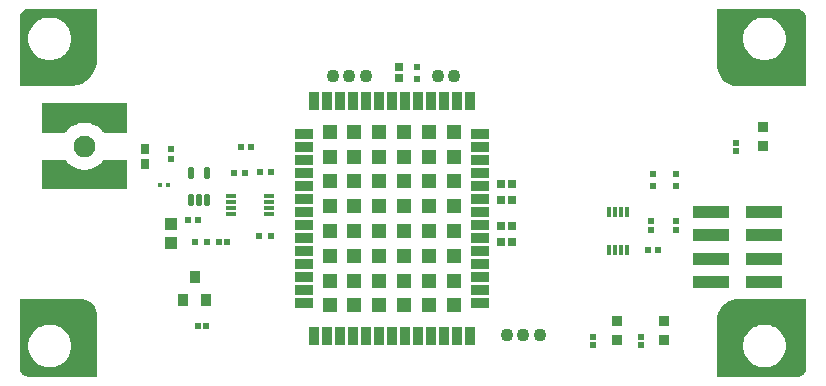
<source format=gts>
G04*
G04 #@! TF.GenerationSoftware,Altium Limited,Altium Designer,21.6.4 (81)*
G04*
G04 Layer_Color=8388736*
%FSAX25Y25*%
%MOIN*%
G70*
G04*
G04 #@! TF.SameCoordinates,4D958C9C-F649-4AF2-B5CF-C97532408FB4*
G04*
G04*
G04 #@! TF.FilePolarity,Negative*
G04*
G01*
G75*
%ADD19R,0.01860X0.02288*%
%ADD20R,0.02288X0.01860*%
%ADD21R,0.01968X0.02362*%
%ADD22R,0.02362X0.01968*%
%ADD23R,0.19685X0.03937*%
%ADD24C,0.03937*%
%ADD31R,0.02423X0.02254*%
%ADD34R,0.02559X0.03347*%
%ADD35R,0.02254X0.02423*%
%ADD36R,0.01788X0.01428*%
%ADD41R,0.03543X0.03543*%
%ADD42C,0.04331*%
G04:AMPARAMS|DCode=43|XSize=19.75mil|YSize=37.47mil|CornerRadius=3.97mil|HoleSize=0mil|Usage=FLASHONLY|Rotation=180.000|XOffset=0mil|YOffset=0mil|HoleType=Round|Shape=RoundedRectangle|*
%AMROUNDEDRECTD43*
21,1,0.01975,0.02953,0,0,180.0*
21,1,0.01181,0.03747,0,0,180.0*
1,1,0.00794,-0.00591,0.01476*
1,1,0.00794,0.00591,0.01476*
1,1,0.00794,0.00591,-0.01476*
1,1,0.00794,-0.00591,-0.01476*
%
%ADD43ROUNDEDRECTD43*%
%ADD44R,0.03550X0.06306*%
%ADD45R,0.06306X0.03550*%
%ADD46R,0.04731X0.04731*%
%ADD47R,0.02835X0.02756*%
G04:AMPARAMS|DCode=48|XSize=15.81mil|YSize=35.5mil|CornerRadius=3.95mil|HoleSize=0mil|Usage=FLASHONLY|Rotation=90.000|XOffset=0mil|YOffset=0mil|HoleType=Round|Shape=RoundedRectangle|*
%AMROUNDEDRECTD48*
21,1,0.01581,0.02760,0,0,90.0*
21,1,0.00791,0.03550,0,0,90.0*
1,1,0.00790,0.01380,0.00396*
1,1,0.00790,0.01380,-0.00396*
1,1,0.00790,-0.01380,-0.00396*
1,1,0.00790,-0.01380,0.00396*
%
%ADD48ROUNDEDRECTD48*%
%ADD49R,0.03543X0.03937*%
%ADD50R,0.04331X0.03937*%
%ADD51R,0.02756X0.02835*%
%ADD52R,0.12014X0.04416*%
G04:AMPARAMS|DCode=53|XSize=15.81mil|YSize=35.5mil|CornerRadius=3.95mil|HoleSize=0mil|Usage=FLASHONLY|Rotation=0.000|XOffset=0mil|YOffset=0mil|HoleType=Round|Shape=RoundedRectangle|*
%AMROUNDEDRECTD53*
21,1,0.01581,0.02760,0,0,0.0*
21,1,0.00791,0.03550,0,0,0.0*
1,1,0.00790,0.00396,-0.01380*
1,1,0.00790,-0.00396,-0.01380*
1,1,0.00790,-0.00396,0.01380*
1,1,0.00790,0.00396,0.01380*
%
%ADD53ROUNDEDRECTD53*%
G36*
X0026933Y0106224D02*
X0026846Y0105379D01*
X0026367Y0103749D01*
X0025599Y0102234D01*
X0024567Y0100884D01*
X0023305Y0099746D01*
X0021858Y0098857D01*
X0020272Y0098247D01*
X0018601Y0097937D01*
X0017752Y0097937D01*
X0001185D01*
Y0120807D01*
X0001185Y0121102D01*
X0001301Y0121681D01*
X0001528Y0122226D01*
X0001856Y0122717D01*
X0002274Y0123134D01*
X0002765Y0123462D01*
X0003311Y0123688D01*
X0003890Y0123803D01*
X0004185Y0123803D01*
X0004185Y0123803D01*
X0026933D01*
X0026933Y0106224D01*
D02*
G37*
G36*
X0260268Y0123803D02*
X0260268Y0123803D01*
X0260268D01*
X0260728Y0123769D01*
X0261095Y0123701D01*
X0261616Y0123500D01*
X0262090Y0123207D01*
X0262504Y0122831D01*
X0262841Y0122387D01*
X0263091Y0121888D01*
X0263245Y0121352D01*
X0263272Y0121074D01*
X0263272Y0097937D01*
X0241059Y0097937D01*
X0240347D01*
X0238948Y0098207D01*
X0237626Y0098738D01*
X0236429Y0099510D01*
X0235400Y0100495D01*
X0234577Y0101657D01*
X0233988Y0102954D01*
X0233657Y0104340D01*
X0233626Y0105051D01*
X0233626Y0123803D01*
X0260268D01*
X0260268Y0123803D01*
D02*
G37*
G36*
X0036835Y0092250D02*
X0036873Y0092238D01*
X0036908Y0092220D01*
X0036938Y0092194D01*
X0036963Y0092164D01*
X0036982Y0092129D01*
X0036993Y0092092D01*
X0036997Y0092052D01*
Y0082752D01*
X0036993Y0082713D01*
X0036982Y0082675D01*
X0036963Y0082641D01*
X0036938Y0082610D01*
X0036908Y0082585D01*
X0036873Y0082567D01*
X0036835Y0082555D01*
X0036796Y0082551D01*
X0029258D01*
X0029248Y0082552D01*
X0029237Y0082553D01*
X0029228Y0082554D01*
X0029219Y0082555D01*
X0029209Y0082558D01*
X0029198Y0082561D01*
X0029190Y0082564D01*
X0029181Y0082567D01*
X0029172Y0082572D01*
X0029162Y0082576D01*
X0029155Y0082581D01*
X0029147Y0082585D01*
X0029138Y0082592D01*
X0029129Y0082598D01*
X0029123Y0082605D01*
X0029116Y0082610D01*
X0029109Y0082619D01*
X0029102Y0082626D01*
X0028717Y0083104D01*
X0027846Y0083960D01*
X0026856Y0084669D01*
X0025768Y0085216D01*
X0024608Y0085589D01*
X0023405Y0085777D01*
X0022187D01*
X0020984Y0085589D01*
X0019824Y0085216D01*
X0018736Y0084669D01*
X0017746Y0083960D01*
X0016875Y0083104D01*
X0016490Y0082626D01*
X0016483Y0082619D01*
X0016476Y0082610D01*
X0016469Y0082605D01*
X0016463Y0082598D01*
X0016454Y0082592D01*
X0016445Y0082585D01*
X0016437Y0082581D01*
X0016430Y0082576D01*
X0016420Y0082572D01*
X0016410Y0082567D01*
X0016402Y0082564D01*
X0016394Y0082561D01*
X0016383Y0082558D01*
X0016373Y0082555D01*
X0016364Y0082554D01*
X0016355Y0082553D01*
X0016344Y0082552D01*
X0016334Y0082551D01*
X0008796D01*
X0008757Y0082555D01*
X0008719Y0082567D01*
X0008684Y0082585D01*
X0008654Y0082610D01*
X0008629Y0082641D01*
X0008610Y0082675D01*
X0008599Y0082713D01*
X0008595Y0082752D01*
Y0092052D01*
X0008599Y0092092D01*
X0008610Y0092129D01*
X0008629Y0092164D01*
X0008654Y0092194D01*
X0008684Y0092220D01*
X0008719Y0092238D01*
X0008757Y0092250D01*
X0008796Y0092253D01*
X0036796D01*
X0036835Y0092250D01*
D02*
G37*
G36*
X0023170Y0081550D02*
X0023827Y0081419D01*
X0023865Y0081407D01*
X0023865Y0081407D01*
X0024483Y0081151D01*
X0024518Y0081133D01*
X0025075Y0080761D01*
X0025105Y0080735D01*
X0025106Y0080735D01*
X0025579Y0080262D01*
X0025604Y0080231D01*
X0025976Y0079675D01*
X0025976Y0079675D01*
X0025995Y0079640D01*
X0026251Y0079021D01*
X0026262Y0078983D01*
X0026393Y0078326D01*
X0026397Y0078287D01*
Y0077952D01*
Y0077618D01*
X0026393Y0077578D01*
X0026262Y0076921D01*
X0026251Y0076884D01*
X0026251Y0076884D01*
X0025995Y0076265D01*
X0025976Y0076230D01*
X0025604Y0075673D01*
X0025579Y0075643D01*
X0025579Y0075643D01*
X0025105Y0075169D01*
X0025075Y0075144D01*
X0024518Y0074772D01*
X0024518Y0074772D01*
X0024483Y0074754D01*
X0023865Y0074497D01*
X0023827Y0074486D01*
X0023170Y0074355D01*
X0023131Y0074351D01*
X0022461D01*
X0022422Y0074355D01*
X0021765Y0074486D01*
X0021727Y0074497D01*
X0021727Y0074497D01*
X0021109Y0074754D01*
X0021074Y0074772D01*
X0020517Y0075144D01*
X0020486Y0075169D01*
X0020486Y0075169D01*
X0020013Y0075643D01*
X0019988Y0075673D01*
X0019616Y0076230D01*
X0019616Y0076230D01*
X0019597Y0076265D01*
X0019341Y0076884D01*
X0019330Y0076921D01*
X0019199Y0077578D01*
X0019195Y0077618D01*
Y0077952D01*
Y0078287D01*
X0019199Y0078326D01*
X0019330Y0078983D01*
X0019341Y0079021D01*
X0019341Y0079021D01*
X0019597Y0079640D01*
X0019616Y0079675D01*
X0019988Y0080231D01*
X0020013Y0080262D01*
X0020013Y0080262D01*
X0020486Y0080735D01*
X0020517Y0080761D01*
X0021074Y0081133D01*
X0021074Y0081133D01*
X0021109Y0081151D01*
X0021727Y0081407D01*
X0021765Y0081419D01*
X0022422Y0081550D01*
X0022461Y0081553D01*
X0023131D01*
X0023170Y0081550D01*
D02*
G37*
G36*
X0036835Y0073349D02*
X0036873Y0073338D01*
X0036908Y0073320D01*
X0036938Y0073295D01*
X0036963Y0073264D01*
X0036982Y0073229D01*
X0036993Y0073192D01*
X0036997Y0073152D01*
Y0063852D01*
X0036993Y0063813D01*
X0036982Y0063775D01*
X0036963Y0063741D01*
X0036938Y0063710D01*
X0036908Y0063685D01*
X0036873Y0063667D01*
X0036835Y0063655D01*
X0036796Y0063651D01*
X0008796D01*
X0008757Y0063655D01*
X0008719Y0063667D01*
X0008684Y0063685D01*
X0008654Y0063710D01*
X0008629Y0063741D01*
X0008610Y0063775D01*
X0008599Y0063813D01*
X0008595Y0063852D01*
Y0073152D01*
X0008599Y0073192D01*
X0008610Y0073229D01*
X0008629Y0073264D01*
X0008654Y0073295D01*
X0008684Y0073320D01*
X0008719Y0073338D01*
X0008757Y0073349D01*
X0008796Y0073353D01*
X0016334D01*
X0016344Y0073352D01*
X0016355Y0073352D01*
X0016364Y0073350D01*
X0016373Y0073349D01*
X0016383Y0073346D01*
X0016394Y0073344D01*
X0016402Y0073341D01*
X0016410Y0073338D01*
X0016420Y0073333D01*
X0016430Y0073329D01*
X0016437Y0073324D01*
X0016445Y0073320D01*
X0016454Y0073312D01*
X0016463Y0073307D01*
X0016469Y0073300D01*
X0016476Y0073295D01*
X0016483Y0073286D01*
X0016490Y0073278D01*
X0016875Y0072801D01*
X0017746Y0071944D01*
X0018736Y0071236D01*
X0019824Y0070688D01*
X0020984Y0070316D01*
X0022187Y0070128D01*
X0023405D01*
X0024608Y0070316D01*
X0025768Y0070688D01*
X0026855Y0071235D01*
X0027846Y0071944D01*
X0028717Y0072801D01*
X0029102Y0073278D01*
X0029109Y0073286D01*
X0029116Y0073295D01*
X0029123Y0073300D01*
X0029129Y0073307D01*
X0029138Y0073313D01*
X0029147Y0073320D01*
X0029155Y0073324D01*
X0029162Y0073329D01*
X0029172Y0073333D01*
X0029181Y0073338D01*
X0029190Y0073341D01*
X0029198Y0073344D01*
X0029209Y0073346D01*
X0029219Y0073349D01*
X0029228Y0073350D01*
X0029237Y0073352D01*
X0029248Y0073352D01*
X0029258Y0073353D01*
X0036796Y0073353D01*
X0036835Y0073349D01*
D02*
G37*
G36*
X0023143Y0026843D02*
X0024075Y0026473D01*
X0024920Y0025934D01*
X0025649Y0025246D01*
X0026236Y0024433D01*
X0026659Y0023524D01*
X0026904Y0022552D01*
X0026933Y0022051D01*
X0026933Y0001165D01*
X0004197D01*
X0003909Y0001165D01*
X0003344Y0001274D01*
X0002810Y0001488D01*
X0002325Y0001799D01*
X0001909Y0002196D01*
X0001575Y0002664D01*
X0001335Y0003188D01*
X0001199Y0003747D01*
X0001185Y0004034D01*
Y0027031D01*
X0021657D01*
X0021657Y0027031D01*
X0021657Y0027031D01*
X0022159Y0027031D01*
X0023143Y0026843D01*
D02*
G37*
G36*
X0263353Y0003912D02*
X0263330Y0003630D01*
X0263180Y0003083D01*
X0262931Y0002574D01*
X0262592Y0002119D01*
X0262175Y0001735D01*
X0261695Y0001435D01*
X0261166Y0001229D01*
X0260810Y0001162D01*
X0260326Y0001124D01*
X0233708Y0001124D01*
X0233708Y0020395D01*
X0233742Y0021057D01*
X0234060Y0022343D01*
X0234614Y0023546D01*
X0235386Y0024623D01*
X0236347Y0025535D01*
X0237463Y0026249D01*
X0238693Y0026740D01*
X0239994Y0026990D01*
X0240656D01*
X0240656Y0026990D01*
X0263353D01*
X0263353Y0003912D01*
D02*
G37*
%LPC*%
G36*
X0011825Y0120886D02*
X0010623D01*
X0010525Y0120866D01*
X0010424D01*
X0009245Y0120632D01*
X0009153Y0120593D01*
X0009054Y0120574D01*
X0007944Y0120114D01*
X0007860Y0120058D01*
X0007767Y0120019D01*
X0006768Y0119351D01*
X0006697Y0119281D01*
X0006613Y0119225D01*
X0005763Y0118375D01*
X0005708Y0118291D01*
X0005637Y0118220D01*
X0004969Y0117221D01*
X0004930Y0117128D01*
X0004875Y0117044D01*
X0004415Y0115934D01*
X0004395Y0115835D01*
X0004357Y0115743D01*
X0004122Y0114564D01*
Y0114463D01*
X0004103Y0114365D01*
Y0113764D01*
Y0113163D01*
X0004122Y0113064D01*
Y0112964D01*
X0004357Y0111785D01*
X0004395Y0111692D01*
X0004415Y0111594D01*
X0004875Y0110483D01*
X0004930Y0110399D01*
X0004969Y0110307D01*
X0005637Y0109307D01*
X0005708Y0109236D01*
X0005763Y0109153D01*
X0006613Y0108303D01*
X0006697Y0108247D01*
X0006768Y0108176D01*
X0007767Y0107508D01*
X0007860Y0107470D01*
X0007944Y0107414D01*
X0009054Y0106954D01*
X0009153Y0106934D01*
X0009245Y0106896D01*
X0010424Y0106661D01*
X0010525D01*
X0010623Y0106642D01*
X0011825D01*
X0011924Y0106661D01*
X0012024D01*
X0013203Y0106896D01*
X0013296Y0106934D01*
X0013395Y0106954D01*
X0014505Y0107414D01*
X0014589Y0107470D01*
X0014681Y0107508D01*
X0015681Y0108176D01*
X0015752Y0108247D01*
X0015835Y0108303D01*
X0016685Y0109153D01*
X0016741Y0109236D01*
X0016812Y0109307D01*
X0017480Y0110307D01*
X0017518Y0110399D01*
X0017574Y0110483D01*
X0018034Y0111594D01*
X0018054Y0111692D01*
X0018092Y0111785D01*
X0018327Y0112964D01*
Y0113064D01*
X0018346Y0113163D01*
Y0113764D01*
Y0114365D01*
X0018327Y0114463D01*
Y0114564D01*
X0018092Y0115743D01*
X0018054Y0115835D01*
X0018034Y0115934D01*
X0017574Y0117044D01*
X0017518Y0117128D01*
X0017480Y0117221D01*
X0016812Y0118220D01*
X0016741Y0118291D01*
X0016685Y0118375D01*
X0015835Y0119225D01*
X0015752Y0119281D01*
X0015681Y0119351D01*
X0014681Y0120019D01*
X0014589Y0120058D01*
X0014505Y0120114D01*
X0013395Y0120574D01*
X0013296Y0120593D01*
X0013203Y0120632D01*
X0012024Y0120866D01*
X0011924D01*
X0011825Y0120886D01*
D02*
G37*
G36*
X0250014D02*
X0248812D01*
X0248714Y0120866D01*
X0248613D01*
X0247434Y0120632D01*
X0247342Y0120593D01*
X0247243Y0120574D01*
X0246133Y0120114D01*
X0246049Y0120058D01*
X0245956Y0120019D01*
X0244957Y0119351D01*
X0244886Y0119281D01*
X0244802Y0119225D01*
X0243952Y0118375D01*
X0243897Y0118291D01*
X0243826Y0118220D01*
X0243158Y0117221D01*
X0243119Y0117128D01*
X0243064Y0117044D01*
X0242604Y0115934D01*
X0242584Y0115835D01*
X0242546Y0115743D01*
X0242311Y0114564D01*
Y0114463D01*
X0242291Y0114365D01*
Y0113163D01*
X0242311Y0113064D01*
Y0112964D01*
X0242546Y0111785D01*
X0242584Y0111692D01*
X0242604Y0111594D01*
X0243064Y0110483D01*
X0243119Y0110399D01*
X0243158Y0110307D01*
X0243826Y0109307D01*
X0243897Y0109236D01*
X0243952Y0109153D01*
X0244802Y0108303D01*
X0244886Y0108247D01*
X0244957Y0108176D01*
X0245956Y0107508D01*
X0246049Y0107470D01*
X0246133Y0107414D01*
X0247243Y0106954D01*
X0247342Y0106934D01*
X0247434Y0106896D01*
X0248613Y0106661D01*
X0248714D01*
X0248812Y0106642D01*
X0250014D01*
X0250113Y0106661D01*
X0250213D01*
X0251392Y0106896D01*
X0251485Y0106934D01*
X0251584Y0106954D01*
X0252694Y0107414D01*
X0252778Y0107470D01*
X0252870Y0107508D01*
X0253870Y0108176D01*
X0253941Y0108247D01*
X0254024Y0108303D01*
X0254874Y0109153D01*
X0254930Y0109236D01*
X0255001Y0109307D01*
X0255669Y0110307D01*
X0255707Y0110399D01*
X0255763Y0110483D01*
X0256223Y0111594D01*
X0256243Y0111692D01*
X0256281Y0111785D01*
X0256516Y0112964D01*
Y0113064D01*
X0256535Y0113163D01*
Y0114365D01*
X0256516Y0114463D01*
Y0114564D01*
X0256281Y0115743D01*
X0256243Y0115835D01*
X0256223Y0115934D01*
X0255763Y0117044D01*
X0255707Y0117128D01*
X0255669Y0117221D01*
X0255001Y0118220D01*
X0254930Y0118291D01*
X0254874Y0118375D01*
X0254024Y0119225D01*
X0253941Y0119281D01*
X0253870Y0119351D01*
X0252870Y0120019D01*
X0252778Y0120058D01*
X0252694Y0120114D01*
X0251584Y0120574D01*
X0251485Y0120593D01*
X0251392Y0120632D01*
X0250213Y0120866D01*
X0250113D01*
X0250014Y0120886D01*
D02*
G37*
G36*
X0011825Y0018523D02*
X0010623D01*
X0010525Y0018504D01*
X0010424D01*
X0009245Y0018269D01*
X0009153Y0018231D01*
X0009054Y0018211D01*
X0007944Y0017751D01*
X0007860Y0017696D01*
X0007767Y0017657D01*
X0006768Y0016989D01*
X0006697Y0016918D01*
X0006613Y0016862D01*
X0005763Y0016013D01*
X0005708Y0015929D01*
X0005637Y0015858D01*
X0004969Y0014859D01*
X0004930Y0014766D01*
X0004875Y0014682D01*
X0004415Y0013572D01*
X0004395Y0013473D01*
X0004357Y0013381D01*
X0004122Y0012201D01*
Y0012101D01*
X0004103Y0012003D01*
Y0010801D01*
X0004122Y0010702D01*
Y0010602D01*
X0004357Y0009423D01*
X0004395Y0009330D01*
X0004415Y0009231D01*
X0004875Y0008121D01*
X0004930Y0008037D01*
X0004969Y0007945D01*
X0005637Y0006945D01*
X0005708Y0006874D01*
X0005763Y0006791D01*
X0006613Y0005941D01*
X0006697Y0005885D01*
X0006768Y0005814D01*
X0007767Y0005146D01*
X0007860Y0005108D01*
X0007944Y0005052D01*
X0009054Y0004592D01*
X0009153Y0004572D01*
X0009245Y0004534D01*
X0010424Y0004299D01*
X0010525D01*
X0010623Y0004280D01*
X0011825D01*
X0011924Y0004299D01*
X0012024D01*
X0013203Y0004534D01*
X0013296Y0004572D01*
X0013395Y0004592D01*
X0014505Y0005052D01*
X0014589Y0005108D01*
X0014681Y0005146D01*
X0015681Y0005814D01*
X0015752Y0005885D01*
X0015835Y0005941D01*
X0016685Y0006791D01*
X0016741Y0006874D01*
X0016812Y0006945D01*
X0017480Y0007945D01*
X0017518Y0008037D01*
X0017574Y0008121D01*
X0018034Y0009231D01*
X0018054Y0009330D01*
X0018092Y0009423D01*
X0018327Y0010602D01*
Y0010702D01*
X0018346Y0010801D01*
Y0012003D01*
X0018327Y0012101D01*
Y0012201D01*
X0018092Y0013381D01*
X0018054Y0013473D01*
X0018034Y0013572D01*
X0017574Y0014682D01*
X0017518Y0014766D01*
X0017480Y0014859D01*
X0016812Y0015858D01*
X0016741Y0015929D01*
X0016685Y0016013D01*
X0015835Y0016862D01*
X0015752Y0016918D01*
X0015681Y0016989D01*
X0014681Y0017657D01*
X0014589Y0017696D01*
X0014505Y0017751D01*
X0013395Y0018211D01*
X0013296Y0018231D01*
X0013203Y0018269D01*
X0012024Y0018504D01*
X0011924D01*
X0011825Y0018523D01*
D02*
G37*
G36*
X0250014D02*
X0248812D01*
X0248714Y0018504D01*
X0248613D01*
X0247434Y0018269D01*
X0247342Y0018231D01*
X0247243Y0018211D01*
X0246133Y0017751D01*
X0246049Y0017696D01*
X0245956Y0017657D01*
X0244957Y0016989D01*
X0244886Y0016918D01*
X0244802Y0016862D01*
X0243952Y0016013D01*
X0243897Y0015929D01*
X0243826Y0015858D01*
X0243158Y0014859D01*
X0243119Y0014766D01*
X0243064Y0014682D01*
X0242604Y0013572D01*
X0242584Y0013473D01*
X0242546Y0013381D01*
X0242311Y0012201D01*
Y0012101D01*
X0242291Y0012003D01*
Y0010801D01*
X0242311Y0010702D01*
Y0010602D01*
X0242546Y0009423D01*
X0242584Y0009330D01*
X0242604Y0009231D01*
X0243064Y0008121D01*
X0243119Y0008037D01*
X0243158Y0007945D01*
X0243826Y0006945D01*
X0243897Y0006874D01*
X0243952Y0006791D01*
X0244802Y0005941D01*
X0244886Y0005885D01*
X0244957Y0005814D01*
X0245956Y0005146D01*
X0246049Y0005108D01*
X0246133Y0005052D01*
X0247243Y0004592D01*
X0247342Y0004572D01*
X0247434Y0004534D01*
X0248613Y0004299D01*
X0248714D01*
X0248812Y0004280D01*
X0250014D01*
X0250113Y0004299D01*
X0250213D01*
X0251392Y0004534D01*
X0251485Y0004572D01*
X0251584Y0004592D01*
X0252694Y0005052D01*
X0252778Y0005108D01*
X0252870Y0005146D01*
X0253870Y0005814D01*
X0253941Y0005885D01*
X0254024Y0005941D01*
X0254874Y0006791D01*
X0254930Y0006874D01*
X0255001Y0006945D01*
X0255669Y0007945D01*
X0255707Y0008037D01*
X0255763Y0008121D01*
X0256223Y0009231D01*
X0256243Y0009330D01*
X0256281Y0009423D01*
X0256516Y0010602D01*
Y0010702D01*
X0256535Y0010801D01*
Y0012003D01*
X0256516Y0012101D01*
Y0012201D01*
X0256281Y0013381D01*
X0256243Y0013473D01*
X0256223Y0013572D01*
X0255763Y0014682D01*
X0255707Y0014766D01*
X0255669Y0014859D01*
X0255001Y0015858D01*
X0254930Y0015929D01*
X0254874Y0016013D01*
X0254024Y0016862D01*
X0253941Y0016918D01*
X0253870Y0016989D01*
X0252870Y0017657D01*
X0252778Y0017696D01*
X0252694Y0017751D01*
X0251584Y0018211D01*
X0251485Y0018231D01*
X0251392Y0018269D01*
X0250213Y0018504D01*
X0250113D01*
X0250014Y0018523D01*
D02*
G37*
%LPD*%
G54D19*
X0208132Y0014520D02*
D03*
Y0011642D02*
D03*
X0239900Y0079220D02*
D03*
Y0076341D02*
D03*
X0192400Y0014520D02*
D03*
Y0011642D02*
D03*
X0211600Y0052939D02*
D03*
Y0050061D02*
D03*
X0219800D02*
D03*
Y0052939D02*
D03*
G54D20*
X0063439Y0018180D02*
D03*
X0060561D02*
D03*
X0070439Y0046000D02*
D03*
X0067561D02*
D03*
G54D21*
X0084969Y0048200D02*
D03*
X0081032D02*
D03*
X0081132Y0069300D02*
D03*
X0085069D02*
D03*
X0063468Y0046000D02*
D03*
X0059531D02*
D03*
G54D22*
X0212400Y0068568D02*
D03*
Y0064631D02*
D03*
X0220100Y0068568D02*
D03*
Y0064631D02*
D03*
X0133500Y0100531D02*
D03*
Y0104469D02*
D03*
G54D23*
X0022795Y0066472D02*
D03*
X0021795Y0088953D02*
D03*
G54D24*
X0022796Y0077952D02*
D03*
G54D31*
X0076163Y0069089D02*
D03*
X0072789D02*
D03*
X0210490Y0043400D02*
D03*
X0213864D02*
D03*
X0078187Y0077600D02*
D03*
X0074813D02*
D03*
X0060687Y0053500D02*
D03*
X0057313D02*
D03*
G54D34*
X0043000Y0072039D02*
D03*
Y0076961D02*
D03*
G54D35*
X0051500Y0073813D02*
D03*
Y0077187D02*
D03*
G54D36*
X0050500Y0065000D02*
D03*
X0048104D02*
D03*
G54D41*
X0249100Y0084548D02*
D03*
Y0078052D02*
D03*
X0200168Y0019848D02*
D03*
Y0013352D02*
D03*
X0215900D02*
D03*
Y0019848D02*
D03*
G54D42*
X0146000Y0101500D02*
D03*
X0140500D02*
D03*
X0116500D02*
D03*
X0111000D02*
D03*
X0105500D02*
D03*
X0174500Y0015000D02*
D03*
X0169000D02*
D03*
X0163500D02*
D03*
G54D43*
X0058441Y0068929D02*
D03*
X0063559D02*
D03*
Y0060071D02*
D03*
X0061000D02*
D03*
X0058441D02*
D03*
G54D44*
X0151154Y0093039D02*
D03*
X0146823D02*
D03*
X0142492D02*
D03*
X0138162D02*
D03*
X0133831D02*
D03*
X0129500D02*
D03*
X0125169D02*
D03*
X0112177D02*
D03*
X0107846D02*
D03*
X0103516D02*
D03*
X0116508D02*
D03*
X0120838D02*
D03*
X0099185D02*
D03*
Y0014693D02*
D03*
X0103516D02*
D03*
X0107846D02*
D03*
X0112177D02*
D03*
X0116508D02*
D03*
X0120838D02*
D03*
X0125169D02*
D03*
X0129500D02*
D03*
X0133831D02*
D03*
X0138162D02*
D03*
X0142492D02*
D03*
X0146823D02*
D03*
X0151154D02*
D03*
G54D45*
X0095838Y0082016D02*
D03*
Y0077685D02*
D03*
Y0073354D02*
D03*
Y0069024D02*
D03*
Y0064693D02*
D03*
Y0060362D02*
D03*
Y0056031D02*
D03*
Y0051701D02*
D03*
Y0047370D02*
D03*
Y0043039D02*
D03*
Y0038709D02*
D03*
Y0034378D02*
D03*
Y0030047D02*
D03*
Y0025716D02*
D03*
X0154500D02*
D03*
Y0030047D02*
D03*
Y0034378D02*
D03*
Y0038709D02*
D03*
Y0043039D02*
D03*
Y0047370D02*
D03*
Y0051701D02*
D03*
Y0056031D02*
D03*
Y0060362D02*
D03*
Y0064693D02*
D03*
Y0069024D02*
D03*
Y0073354D02*
D03*
Y0077685D02*
D03*
Y0082016D02*
D03*
G54D46*
X0104500Y0024929D02*
D03*
Y0033197D02*
D03*
Y0041465D02*
D03*
Y0049732D02*
D03*
Y0058000D02*
D03*
Y0066268D02*
D03*
Y0074536D02*
D03*
X0104500Y0082803D02*
D03*
X0112768Y0024929D02*
D03*
Y0033197D02*
D03*
Y0041465D02*
D03*
Y0049732D02*
D03*
Y0058000D02*
D03*
Y0066268D02*
D03*
Y0074536D02*
D03*
Y0082803D02*
D03*
X0121035Y0024929D02*
D03*
Y0033197D02*
D03*
Y0041465D02*
D03*
Y0049732D02*
D03*
Y0058000D02*
D03*
Y0066268D02*
D03*
Y0074536D02*
D03*
X0121036Y0082803D02*
D03*
X0129303Y0024929D02*
D03*
Y0033197D02*
D03*
Y0041465D02*
D03*
Y0049732D02*
D03*
Y0058000D02*
D03*
Y0066268D02*
D03*
Y0074536D02*
D03*
Y0082803D02*
D03*
X0137571Y0024929D02*
D03*
Y0033197D02*
D03*
Y0041465D02*
D03*
Y0049732D02*
D03*
Y0058000D02*
D03*
Y0066268D02*
D03*
Y0074536D02*
D03*
X0137571Y0082803D02*
D03*
X0145838Y0024929D02*
D03*
Y0033197D02*
D03*
Y0041465D02*
D03*
Y0049732D02*
D03*
Y0058000D02*
D03*
Y0066268D02*
D03*
Y0074536D02*
D03*
Y0082803D02*
D03*
G54D47*
X0127500Y0104311D02*
D03*
Y0100689D02*
D03*
G54D48*
X0084299Y0055347D02*
D03*
Y0057316D02*
D03*
Y0059284D02*
D03*
Y0061253D02*
D03*
X0071701Y0055347D02*
D03*
Y0057316D02*
D03*
Y0059284D02*
D03*
Y0061253D02*
D03*
G54D49*
X0055760Y0026563D02*
D03*
X0063240D02*
D03*
X0059500Y0034437D02*
D03*
G54D50*
X0051500Y0045851D02*
D03*
Y0052150D02*
D03*
G54D51*
X0161689Y0046000D02*
D03*
X0165311D02*
D03*
Y0051500D02*
D03*
X0161689D02*
D03*
X0165311Y0060000D02*
D03*
X0161689D02*
D03*
Y0065500D02*
D03*
X0165311D02*
D03*
G54D52*
X0249390Y0032599D02*
D03*
Y0040472D02*
D03*
Y0048346D02*
D03*
Y0056221D02*
D03*
X0231476Y0032599D02*
D03*
Y0040472D02*
D03*
Y0048346D02*
D03*
Y0056221D02*
D03*
G54D53*
X0197647Y0043401D02*
D03*
X0199616D02*
D03*
X0201584D02*
D03*
X0203553D02*
D03*
X0197647Y0055999D02*
D03*
X0199616D02*
D03*
X0201584D02*
D03*
X0203553D02*
D03*
M02*

</source>
